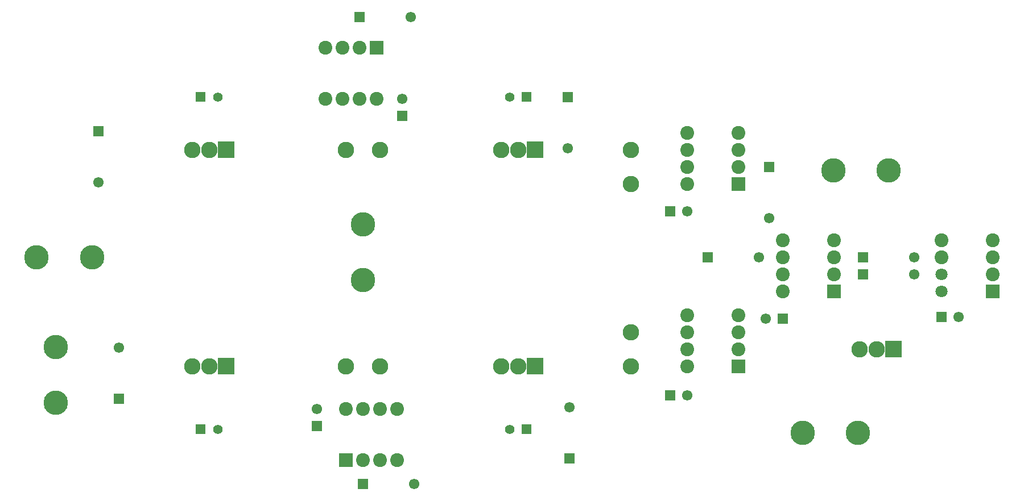
<source format=gbs>
G04 start of page 7 for group -4062 idx -4062 *
G04 Title: (unknown), soldermask *
G04 Creator: pcb 20110918 *
G04 CreationDate: Mon 14 Oct 2013 12:14:02 AM GMT UTC *
G04 For: tyrian *
G04 Format: Gerber/RS-274X *
G04 PCB-Dimensions: 800000 800000 *
G04 PCB-Coordinate-Origin: lower left *
%MOIN*%
%FSLAX25Y25*%
%LNBOTTOMMASK*%
%ADD64C,0.0560*%
%ADD63C,0.0710*%
%ADD62C,0.1435*%
%ADD61C,0.0960*%
%ADD60C,0.0610*%
%ADD59C,0.0001*%
%ADD58C,0.0810*%
G54D58*X605000Y601000D03*
G54D59*G36*
X600950Y575050D02*Y566950D01*
X609050D01*
Y575050D01*
X600950D01*
G37*
G54D58*X605000Y581000D03*
Y591000D03*
G54D60*X585000Y556000D03*
G54D59*G36*
X353950Y476050D02*Y469950D01*
X360050D01*
Y476050D01*
X353950D01*
G37*
G54D60*X357000Y503000D03*
G54D61*X393000Y547000D03*
Y527000D03*
G54D59*G36*
X412950Y513050D02*Y506950D01*
X419050D01*
Y513050D01*
X412950D01*
G37*
G54D60*X426000Y510000D03*
G54D58*Y557000D03*
Y547000D03*
Y537000D03*
Y527000D03*
G54D62*X544142Y642000D03*
X511661D03*
G54D60*X474000Y614000D03*
G54D59*G36*
X470950Y647050D02*Y640950D01*
X477050D01*
Y647050D01*
X470950D01*
G37*
G36*
X451950Y638050D02*Y629950D01*
X460050D01*
Y638050D01*
X451950D01*
G37*
G54D58*X456000Y644000D03*
Y654000D03*
Y664000D03*
G54D61*X393000Y654000D03*
Y634000D03*
G54D59*G36*
X434950Y594050D02*Y587950D01*
X441050D01*
Y594050D01*
X434950D01*
G37*
G36*
X412950Y621050D02*Y614950D01*
X419050D01*
Y621050D01*
X412950D01*
G37*
G54D60*X426000Y618000D03*
G54D58*Y664000D03*
Y654000D03*
Y644000D03*
Y634000D03*
G54D63*X575000Y571000D03*
G54D59*G36*
X542200Y541800D02*Y532200D01*
X551800D01*
Y541800D01*
X542200D01*
G37*
G54D61*X537000Y537000D03*
X527000D03*
G54D59*G36*
X571950Y559050D02*Y552950D01*
X578050D01*
Y559050D01*
X571950D01*
G37*
G54D62*X526142Y488000D03*
X493661D03*
G54D58*X575000Y601000D03*
Y591000D03*
G54D63*Y581000D03*
G54D60*X559000D03*
Y591000D03*
G54D59*G36*
X451950Y531050D02*Y522950D01*
X460050D01*
Y531050D01*
X451950D01*
G37*
G54D58*X456000Y537000D03*
Y547000D03*
Y557000D03*
G54D59*G36*
X478950Y558050D02*Y551950D01*
X485050D01*
Y558050D01*
X478950D01*
G37*
G54D60*X472000Y555000D03*
X468000Y591000D03*
G54D58*X482000Y601000D03*
Y591000D03*
G54D59*G36*
X507950Y575050D02*Y566950D01*
X516050D01*
Y575050D01*
X507950D01*
G37*
G54D58*X512000Y601000D03*
G54D59*G36*
X525950Y584050D02*Y577950D01*
X532050D01*
Y584050D01*
X525950D01*
G37*
G36*
Y594050D02*Y587950D01*
X532050D01*
Y594050D01*
X525950D01*
G37*
G54D58*X512000Y581000D03*
Y591000D03*
X482000Y581000D03*
Y571000D03*
G54D61*X136000Y527000D03*
G54D59*G36*
X89950Y511050D02*Y504950D01*
X96050D01*
Y511050D01*
X89950D01*
G37*
G54D60*X93000Y538000D03*
G54D62*X56000Y538142D03*
Y505661D03*
G54D61*X136000Y654000D03*
G54D59*G36*
X77950Y668050D02*Y661950D01*
X84050D01*
Y668050D01*
X77950D01*
G37*
G54D60*X81000Y635000D03*
G54D62*X44858Y591000D03*
X77339D03*
G54D59*G36*
X332200Y531800D02*Y522200D01*
X341800D01*
Y531800D01*
X332200D01*
G37*
G54D61*X327000Y527000D03*
X317000D03*
G54D58*X236000Y472000D03*
X246000D03*
X256000D03*
G54D60*X266000Y458000D03*
G54D59*G36*
X151200Y658800D02*Y649200D01*
X160800D01*
Y658800D01*
X151200D01*
G37*
G54D64*X151000Y685000D03*
G54D61*X226000Y654000D03*
G54D59*G36*
X329200Y687800D02*Y682200D01*
X334800D01*
Y687800D01*
X329200D01*
G37*
G54D64*X322000Y685000D03*
G54D59*G36*
X352950Y688050D02*Y681950D01*
X359050D01*
Y688050D01*
X352950D01*
G37*
G54D61*X246000Y654000D03*
G54D60*X356000Y655000D03*
G54D59*G36*
X332200Y658800D02*Y649200D01*
X341800D01*
Y658800D01*
X332200D01*
G37*
G54D61*X327000Y654000D03*
X317000D03*
X146000D03*
G54D59*G36*
X138200Y687800D02*Y682200D01*
X143800D01*
Y687800D01*
X138200D01*
G37*
G54D58*X214000Y684000D03*
G54D59*G36*
X230950Y735050D02*Y728950D01*
X237050D01*
Y735050D01*
X230950D01*
G37*
G54D60*X264000Y732000D03*
G54D59*G36*
X239950Y718050D02*Y709950D01*
X248050D01*
Y718050D01*
X239950D01*
G37*
G54D58*X234000Y714000D03*
X224000D03*
X214000D03*
G54D62*X236000Y610142D03*
Y577661D03*
G54D59*G36*
X255950Y677050D02*Y670950D01*
X262050D01*
Y677050D01*
X255950D01*
G37*
G54D60*X259000Y684000D03*
G54D58*X224000D03*
X234000D03*
X244000D03*
G54D59*G36*
X138200Y492800D02*Y487200D01*
X143800D01*
Y492800D01*
X138200D01*
G37*
G54D64*X151000Y490000D03*
G54D59*G36*
X329200Y492800D02*Y487200D01*
X334800D01*
Y492800D01*
X329200D01*
G37*
G54D64*X322000Y490000D03*
G54D59*G36*
X205950Y495050D02*Y488950D01*
X212050D01*
Y495050D01*
X205950D01*
G37*
G54D60*X209000Y502000D03*
G54D58*X256000D03*
X246000D03*
X236000D03*
X226000D03*
G54D59*G36*
X221950Y476050D02*Y467950D01*
X230050D01*
Y476050D01*
X221950D01*
G37*
G36*
X232950Y461050D02*Y454950D01*
X239050D01*
Y461050D01*
X232950D01*
G37*
G36*
X151200Y531800D02*Y522200D01*
X160800D01*
Y531800D01*
X151200D01*
G37*
G54D61*X146000Y527000D03*
X246000D03*
X226000D03*
M02*

</source>
